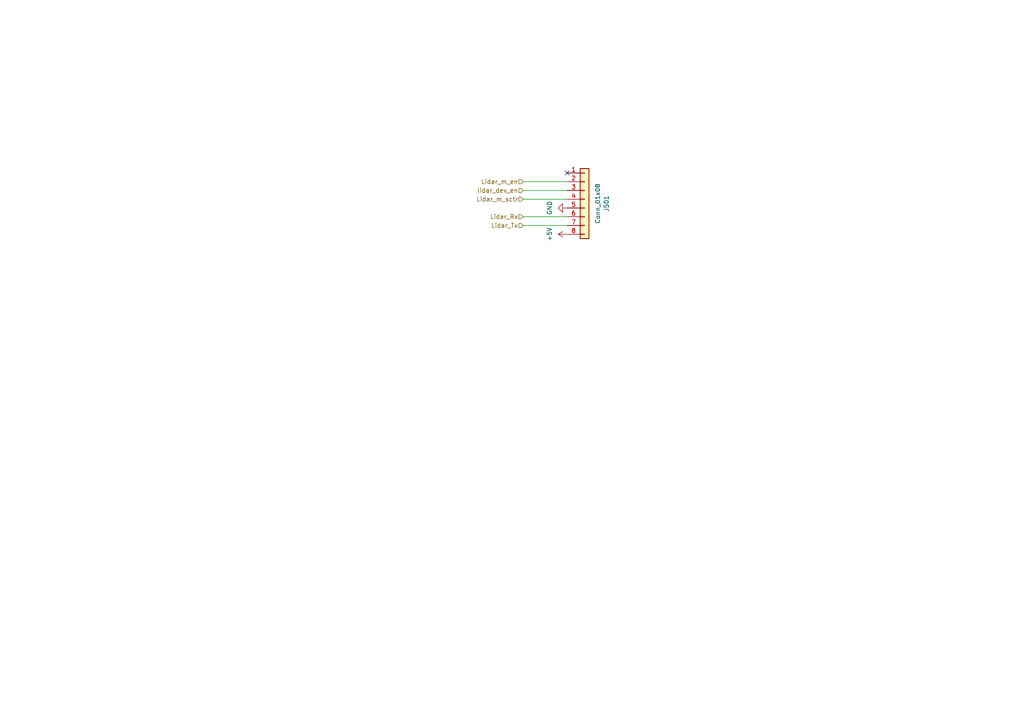
<source format=kicad_sch>
(kicad_sch (version 20230121) (generator eeschema)

  (uuid c90ed398-e317-446f-815d-baf4e399ef85)

  (paper "A4")

  (lib_symbols
    (symbol "Connector_Generic:Conn_01x08" (pin_names (offset 1.016) hide) (in_bom yes) (on_board yes)
      (property "Reference" "J" (at 0 10.16 0)
        (effects (font (size 1.27 1.27)))
      )
      (property "Value" "Conn_01x08" (at 0 -12.7 0)
        (effects (font (size 1.27 1.27)))
      )
      (property "Footprint" "" (at 0 0 0)
        (effects (font (size 1.27 1.27)) hide)
      )
      (property "Datasheet" "~" (at 0 0 0)
        (effects (font (size 1.27 1.27)) hide)
      )
      (property "ki_keywords" "connector" (at 0 0 0)
        (effects (font (size 1.27 1.27)) hide)
      )
      (property "ki_description" "Generic connector, single row, 01x08, script generated (kicad-library-utils/schlib/autogen/connector/)" (at 0 0 0)
        (effects (font (size 1.27 1.27)) hide)
      )
      (property "ki_fp_filters" "Connector*:*_1x??_*" (at 0 0 0)
        (effects (font (size 1.27 1.27)) hide)
      )
      (symbol "Conn_01x08_1_1"
        (rectangle (start -1.27 -10.033) (end 0 -10.287)
          (stroke (width 0.1524) (type default))
          (fill (type none))
        )
        (rectangle (start -1.27 -7.493) (end 0 -7.747)
          (stroke (width 0.1524) (type default))
          (fill (type none))
        )
        (rectangle (start -1.27 -4.953) (end 0 -5.207)
          (stroke (width 0.1524) (type default))
          (fill (type none))
        )
        (rectangle (start -1.27 -2.413) (end 0 -2.667)
          (stroke (width 0.1524) (type default))
          (fill (type none))
        )
        (rectangle (start -1.27 0.127) (end 0 -0.127)
          (stroke (width 0.1524) (type default))
          (fill (type none))
        )
        (rectangle (start -1.27 2.667) (end 0 2.413)
          (stroke (width 0.1524) (type default))
          (fill (type none))
        )
        (rectangle (start -1.27 5.207) (end 0 4.953)
          (stroke (width 0.1524) (type default))
          (fill (type none))
        )
        (rectangle (start -1.27 7.747) (end 0 7.493)
          (stroke (width 0.1524) (type default))
          (fill (type none))
        )
        (rectangle (start -1.27 8.89) (end 1.27 -11.43)
          (stroke (width 0.254) (type default))
          (fill (type background))
        )
        (pin passive line (at -5.08 7.62 0) (length 3.81)
          (name "Pin_1" (effects (font (size 1.27 1.27))))
          (number "1" (effects (font (size 1.27 1.27))))
        )
        (pin passive line (at -5.08 5.08 0) (length 3.81)
          (name "Pin_2" (effects (font (size 1.27 1.27))))
          (number "2" (effects (font (size 1.27 1.27))))
        )
        (pin passive line (at -5.08 2.54 0) (length 3.81)
          (name "Pin_3" (effects (font (size 1.27 1.27))))
          (number "3" (effects (font (size 1.27 1.27))))
        )
        (pin passive line (at -5.08 0 0) (length 3.81)
          (name "Pin_4" (effects (font (size 1.27 1.27))))
          (number "4" (effects (font (size 1.27 1.27))))
        )
        (pin passive line (at -5.08 -2.54 0) (length 3.81)
          (name "Pin_5" (effects (font (size 1.27 1.27))))
          (number "5" (effects (font (size 1.27 1.27))))
        )
        (pin passive line (at -5.08 -5.08 0) (length 3.81)
          (name "Pin_6" (effects (font (size 1.27 1.27))))
          (number "6" (effects (font (size 1.27 1.27))))
        )
        (pin passive line (at -5.08 -7.62 0) (length 3.81)
          (name "Pin_7" (effects (font (size 1.27 1.27))))
          (number "7" (effects (font (size 1.27 1.27))))
        )
        (pin passive line (at -5.08 -10.16 0) (length 3.81)
          (name "Pin_8" (effects (font (size 1.27 1.27))))
          (number "8" (effects (font (size 1.27 1.27))))
        )
      )
    )
    (symbol "power:+5V" (power) (pin_names (offset 0)) (in_bom yes) (on_board yes)
      (property "Reference" "#PWR" (at 0 -3.81 0)
        (effects (font (size 1.27 1.27)) hide)
      )
      (property "Value" "+5V" (at 0 3.556 0)
        (effects (font (size 1.27 1.27)))
      )
      (property "Footprint" "" (at 0 0 0)
        (effects (font (size 1.27 1.27)) hide)
      )
      (property "Datasheet" "" (at 0 0 0)
        (effects (font (size 1.27 1.27)) hide)
      )
      (property "ki_keywords" "global power" (at 0 0 0)
        (effects (font (size 1.27 1.27)) hide)
      )
      (property "ki_description" "Power symbol creates a global label with name \"+5V\"" (at 0 0 0)
        (effects (font (size 1.27 1.27)) hide)
      )
      (symbol "+5V_0_1"
        (polyline
          (pts
            (xy -0.762 1.27)
            (xy 0 2.54)
          )
          (stroke (width 0) (type default))
          (fill (type none))
        )
        (polyline
          (pts
            (xy 0 0)
            (xy 0 2.54)
          )
          (stroke (width 0) (type default))
          (fill (type none))
        )
        (polyline
          (pts
            (xy 0 2.54)
            (xy 0.762 1.27)
          )
          (stroke (width 0) (type default))
          (fill (type none))
        )
      )
      (symbol "+5V_1_1"
        (pin power_in line (at 0 0 90) (length 0) hide
          (name "+5V" (effects (font (size 1.27 1.27))))
          (number "1" (effects (font (size 1.27 1.27))))
        )
      )
    )
    (symbol "power:GND" (power) (pin_names (offset 0)) (in_bom yes) (on_board yes)
      (property "Reference" "#PWR" (at 0 -6.35 0)
        (effects (font (size 1.27 1.27)) hide)
      )
      (property "Value" "GND" (at 0 -3.81 0)
        (effects (font (size 1.27 1.27)))
      )
      (property "Footprint" "" (at 0 0 0)
        (effects (font (size 1.27 1.27)) hide)
      )
      (property "Datasheet" "" (at 0 0 0)
        (effects (font (size 1.27 1.27)) hide)
      )
      (property "ki_keywords" "global power" (at 0 0 0)
        (effects (font (size 1.27 1.27)) hide)
      )
      (property "ki_description" "Power symbol creates a global label with name \"GND\" , ground" (at 0 0 0)
        (effects (font (size 1.27 1.27)) hide)
      )
      (symbol "GND_0_1"
        (polyline
          (pts
            (xy 0 0)
            (xy 0 -1.27)
            (xy 1.27 -1.27)
            (xy 0 -2.54)
            (xy -1.27 -1.27)
            (xy 0 -1.27)
          )
          (stroke (width 0) (type default))
          (fill (type none))
        )
      )
      (symbol "GND_1_1"
        (pin power_in line (at 0 0 270) (length 0) hide
          (name "GND" (effects (font (size 1.27 1.27))))
          (number "1" (effects (font (size 1.27 1.27))))
        )
      )
    )
  )


  (no_connect (at 164.465 50.165) (uuid 4bf60a94-aff8-4b6a-9bc8-9058d2eb83cb))

  (wire (pts (xy 151.765 52.705) (xy 164.465 52.705))
    (stroke (width 0) (type default))
    (uuid 1e317e1a-485b-4e5f-8b2b-db0aa700a83f)
  )
  (wire (pts (xy 151.765 57.785) (xy 164.465 57.785))
    (stroke (width 0) (type default))
    (uuid 26823991-0357-4413-a042-6b263ae21537)
  )
  (wire (pts (xy 151.765 65.405) (xy 164.465 65.405))
    (stroke (width 0) (type default))
    (uuid 3f4468e7-b78e-4000-bf52-83fdc5e5b095)
  )
  (wire (pts (xy 151.765 62.865) (xy 164.465 62.865))
    (stroke (width 0) (type default))
    (uuid 765e9498-3933-4856-ae58-d752bc10712b)
  )
  (wire (pts (xy 151.765 55.245) (xy 164.465 55.245))
    (stroke (width 0) (type default))
    (uuid 88db7890-c7e8-44d9-8edc-302762211c52)
  )

  (hierarchical_label "Lidar_m_en" (shape input) (at 151.765 52.705 180) (fields_autoplaced)
    (effects (font (size 1.27 1.27)) (justify right))
    (uuid 52b515d7-61c5-46cd-8ba6-ce3b1221d599)
  )
  (hierarchical_label "Lidar_m_sctr" (shape input) (at 151.765 57.785 180) (fields_autoplaced)
    (effects (font (size 1.27 1.27)) (justify right))
    (uuid c2531efa-f7d6-4458-98da-941078ef280a)
  )
  (hierarchical_label "Lidar_Tx" (shape input) (at 151.765 65.405 180) (fields_autoplaced)
    (effects (font (size 1.27 1.27)) (justify right))
    (uuid c5053831-0ae7-464e-9c20-973f80baed72)
  )
  (hierarchical_label "lidar_dev_en" (shape input) (at 151.765 55.245 180) (fields_autoplaced)
    (effects (font (size 1.27 1.27)) (justify right))
    (uuid de7d07cd-3da6-482e-b0ef-01f6b30cfe24)
  )
  (hierarchical_label "Lidar_Rx" (shape input) (at 151.765 62.865 180) (fields_autoplaced)
    (effects (font (size 1.27 1.27)) (justify right))
    (uuid f5b9c2b2-6820-4ceb-8f5c-864404f6844c)
  )

  (symbol (lib_id "Connector_Generic:Conn_01x08") (at 169.545 57.785 0) (unit 1)
    (in_bom yes) (on_board yes) (dnp no) (fields_autoplaced)
    (uuid b89b5cf9-b06f-49d7-8ed1-edf272eda384)
    (property "Reference" "J501" (at 175.895 59.055 90)
      (effects (font (size 1.27 1.27)))
    )
    (property "Value" "Conn_01x08" (at 173.355 59.055 90)
      (effects (font (size 1.27 1.27)))
    )
    (property "Footprint" "" (at 169.545 57.785 0)
      (effects (font (size 1.27 1.27)) hide)
    )
    (property "Datasheet" "~" (at 169.545 57.785 0)
      (effects (font (size 1.27 1.27)) hide)
    )
    (pin "1" (uuid 3c384223-9c7a-4b82-9335-2b9ee893415f))
    (pin "2" (uuid 649576f6-d829-4352-bc67-9c63f0111d6e))
    (pin "3" (uuid dd8abce4-abf1-4761-a769-29e881b4eda0))
    (pin "4" (uuid 7cc06e42-8b10-42a1-bf52-c48135743c54))
    (pin "5" (uuid 77549070-2fad-43a0-bdae-e1d5cd3b23bc))
    (pin "6" (uuid b194ef71-fcb7-459e-b8cf-a45068e17fca))
    (pin "7" (uuid d2982957-35a7-4037-906e-dae767f3fe9c))
    (pin "8" (uuid beedf1a6-08b6-423e-abaf-5a75454cf5ff))
    (instances
      (project "projet"
        (path "/72843e5b-039f-43c6-ac6b-21bc38672670/0c63e019-08e8-4abf-82ad-8b25334b9bc2/28a02912-0b54-4b26-93a5-2ced452df47d"
          (reference "J501") (unit 1)
        )
      )
      (project "kicad_chat-souris"
        (path "/b1ddc66d-dbe7-4cff-b97f-1f0ce7ceeee4/0c63e019-08e8-4abf-82ad-8b25334b9bc2/28a02912-0b54-4b26-93a5-2ced452df47d"
          (reference "J501") (unit 1)
        )
      )
    )
  )

  (symbol (lib_id "power:+5V") (at 164.465 67.945 90) (unit 1)
    (in_bom yes) (on_board yes) (dnp no) (fields_autoplaced)
    (uuid ba0f0eb1-8b83-4a5b-9df0-39cc8e8a18a7)
    (property "Reference" "#PWR0502" (at 168.275 67.945 0)
      (effects (font (size 1.27 1.27)) hide)
    )
    (property "Value" "+5V" (at 159.385 67.945 0)
      (effects (font (size 1.27 1.27)))
    )
    (property "Footprint" "" (at 164.465 67.945 0)
      (effects (font (size 1.27 1.27)) hide)
    )
    (property "Datasheet" "" (at 164.465 67.945 0)
      (effects (font (size 1.27 1.27)) hide)
    )
    (pin "1" (uuid e9517e13-7e61-4975-93c9-eb7bc56135d4))
    (instances
      (project "projet"
        (path "/72843e5b-039f-43c6-ac6b-21bc38672670/0c63e019-08e8-4abf-82ad-8b25334b9bc2/28a02912-0b54-4b26-93a5-2ced452df47d"
          (reference "#PWR0502") (unit 1)
        )
      )
      (project "kicad_chat-souris"
        (path "/b1ddc66d-dbe7-4cff-b97f-1f0ce7ceeee4/0c63e019-08e8-4abf-82ad-8b25334b9bc2/28a02912-0b54-4b26-93a5-2ced452df47d"
          (reference "#PWR0502") (unit 1)
        )
      )
    )
  )

  (symbol (lib_id "power:GND") (at 164.465 60.325 270) (unit 1)
    (in_bom yes) (on_board yes) (dnp no) (fields_autoplaced)
    (uuid f3174209-820f-4d58-93f5-735442ab061f)
    (property "Reference" "#PWR0501" (at 158.115 60.325 0)
      (effects (font (size 1.27 1.27)) hide)
    )
    (property "Value" "GND" (at 159.385 60.325 0)
      (effects (font (size 1.27 1.27)))
    )
    (property "Footprint" "" (at 164.465 60.325 0)
      (effects (font (size 1.27 1.27)) hide)
    )
    (property "Datasheet" "" (at 164.465 60.325 0)
      (effects (font (size 1.27 1.27)) hide)
    )
    (pin "1" (uuid 9aab3741-a64f-460c-80c1-1e4f57196d58))
    (instances
      (project "projet"
        (path "/72843e5b-039f-43c6-ac6b-21bc38672670/0c63e019-08e8-4abf-82ad-8b25334b9bc2/28a02912-0b54-4b26-93a5-2ced452df47d"
          (reference "#PWR0501") (unit 1)
        )
      )
      (project "kicad_chat-souris"
        (path "/b1ddc66d-dbe7-4cff-b97f-1f0ce7ceeee4/0c63e019-08e8-4abf-82ad-8b25334b9bc2/28a02912-0b54-4b26-93a5-2ced452df47d"
          (reference "#PWR0501") (unit 1)
        )
      )
    )
  )
)

</source>
